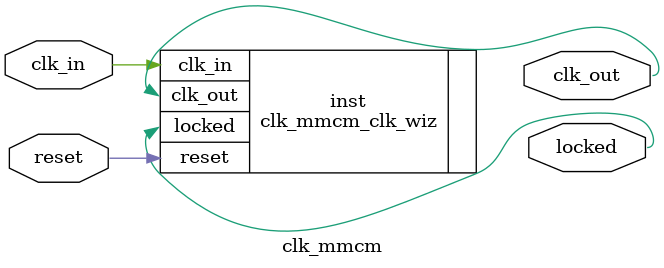
<source format=v>


`timescale 1ps/1ps

(* CORE_GENERATION_INFO = "clk_mmcm,clk_wiz_v6_0_3_0_0,{component_name=clk_mmcm,use_phase_alignment=true,use_min_o_jitter=false,use_max_i_jitter=false,use_dyn_phase_shift=false,use_inclk_switchover=false,use_dyn_reconfig=false,enable_axi=0,feedback_source=FDBK_AUTO,PRIMITIVE=MMCM,num_out_clk=1,clkin1_period=10.000,clkin2_period=10.000,use_power_down=false,use_reset=true,use_locked=true,use_inclk_stopped=false,feedback_type=SINGLE,CLOCK_MGR_TYPE=NA,manual_override=false}" *)

module clk_mmcm 
 (
  // Clock out ports
  output        clk_out,
  // Status and control signals
  input         reset,
  output        locked,
 // Clock in ports
  input         clk_in
 );

  clk_mmcm_clk_wiz inst
  (
  // Clock out ports  
  .clk_out(clk_out),
  // Status and control signals               
  .reset(reset), 
  .locked(locked),
 // Clock in ports
  .clk_in(clk_in)
  );

endmodule

</source>
